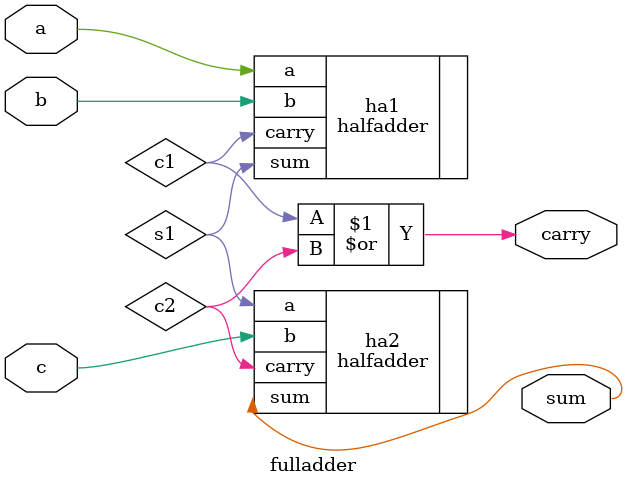
<source format=v>
/* Adds up 3 bits */
module fulladder(
    input wire a,
    input wire b,
    input wire c,
    output wire sum,
    output wire carry
);
    wire s1, c1, c2;
    halfadder ha1 (
        .a(a),
        .b(b),
        .sum(s1),
        .carry(c1)
    );
    halfadder ha2 (
        .a(s1),
        .b(c),
        .sum(sum),
        .carry(c2)
    );
    assign carry = c1 | c2;
endmodule
</source>
